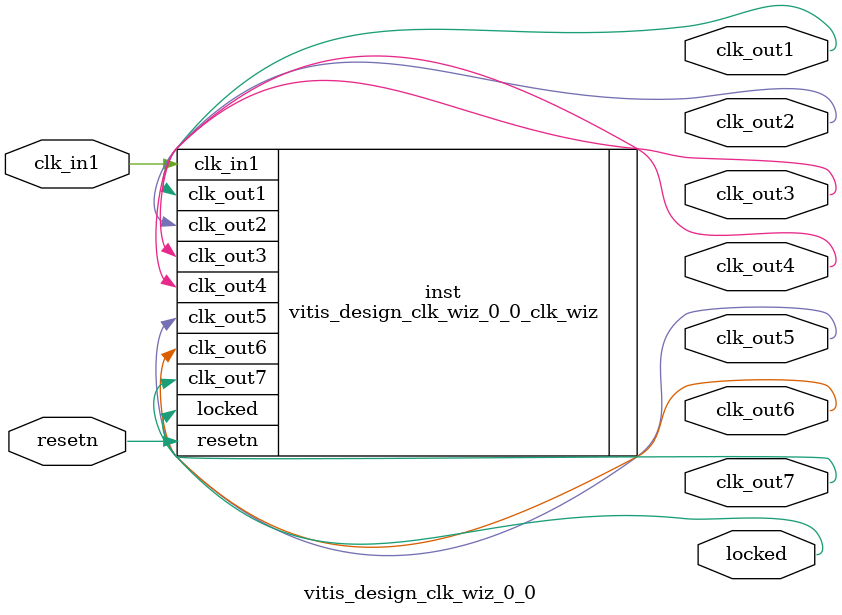
<source format=v>


`timescale 1ps/1ps

(* CORE_GENERATION_INFO = "vitis_design_clk_wiz_0_0,clk_wiz_v6_0_11_0_0,{component_name=vitis_design_clk_wiz_0_0,use_phase_alignment=false,use_min_o_jitter=false,use_max_i_jitter=false,use_dyn_phase_shift=false,use_inclk_switchover=false,use_dyn_reconfig=false,enable_axi=0,feedback_source=FDBK_AUTO,PRIMITIVE=MMCM,num_out_clk=7,clkin1_period=10.000,clkin2_period=10.000,use_power_down=false,use_reset=true,use_locked=true,use_inclk_stopped=false,feedback_type=SINGLE,CLOCK_MGR_TYPE=NA,manual_override=false}" *)

module vitis_design_clk_wiz_0_0 
 (
  // Clock out ports
  output        clk_out1,
  output        clk_out2,
  output        clk_out3,
  output        clk_out4,
  output        clk_out5,
  output        clk_out6,
  output        clk_out7,
  // Status and control signals
  input         resetn,
  output        locked,
 // Clock in ports
  input         clk_in1
 );

  vitis_design_clk_wiz_0_0_clk_wiz inst
  (
  // Clock out ports  
  .clk_out1(clk_out1),
  .clk_out2(clk_out2),
  .clk_out3(clk_out3),
  .clk_out4(clk_out4),
  .clk_out5(clk_out5),
  .clk_out6(clk_out6),
  .clk_out7(clk_out7),
  // Status and control signals               
  .resetn(resetn), 
  .locked(locked),
 // Clock in ports
  .clk_in1(clk_in1)
  );

endmodule

</source>
